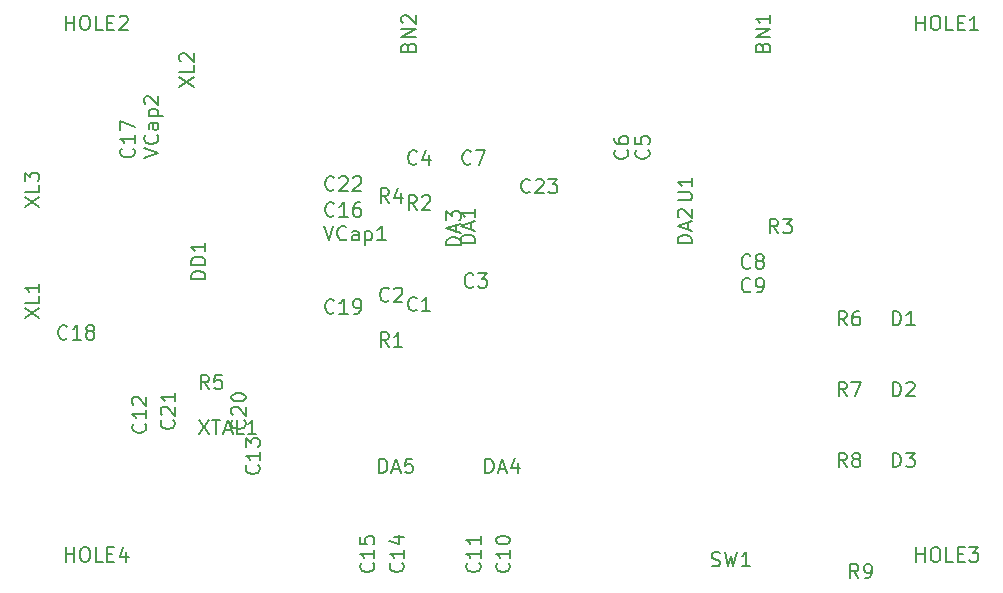
<source format=gto>
G04 (created by PCBNEW (2013-04-05 BZR 4064)-testing) date 05/08/2013 18:39:14*
%MOIN*%
G04 Gerber Fmt 3.4, Leading zero omitted, Abs format*
%FSLAX34Y34*%
G01*
G70*
G90*
G04 APERTURE LIST*
%ADD10C,0.00393701*%
%ADD11C,0.005*%
G04 APERTURE END LIST*
G54D10*
G54D11*
X70304Y-54282D02*
X70620Y-54757D01*
X70620Y-54282D02*
X70304Y-54757D01*
X70733Y-54282D02*
X71005Y-54282D01*
X70869Y-54757D02*
X70869Y-54282D01*
X71140Y-54622D02*
X71367Y-54622D01*
X71095Y-54757D02*
X71254Y-54282D01*
X71412Y-54757D01*
X71796Y-54757D02*
X71570Y-54757D01*
X71570Y-54282D01*
X72204Y-54757D02*
X71932Y-54757D01*
X72068Y-54757D02*
X72068Y-54282D01*
X72023Y-54350D01*
X71977Y-54396D01*
X71932Y-54418D01*
X87383Y-59147D02*
X87450Y-59169D01*
X87563Y-59169D01*
X87609Y-59147D01*
X87631Y-59124D01*
X87654Y-59079D01*
X87654Y-59034D01*
X87631Y-58988D01*
X87609Y-58966D01*
X87563Y-58943D01*
X87473Y-58921D01*
X87428Y-58898D01*
X87405Y-58875D01*
X87383Y-58830D01*
X87383Y-58785D01*
X87405Y-58740D01*
X87428Y-58717D01*
X87473Y-58694D01*
X87586Y-58694D01*
X87654Y-58717D01*
X87812Y-58694D02*
X87925Y-59169D01*
X88016Y-58830D01*
X88106Y-59169D01*
X88219Y-58694D01*
X88649Y-59169D02*
X88378Y-59169D01*
X88513Y-59169D02*
X88513Y-58694D01*
X88468Y-58762D01*
X88423Y-58808D01*
X88378Y-58830D01*
X89076Y-41854D02*
X89098Y-41786D01*
X89121Y-41764D01*
X89166Y-41741D01*
X89234Y-41741D01*
X89279Y-41764D01*
X89302Y-41786D01*
X89324Y-41831D01*
X89324Y-42012D01*
X88849Y-42012D01*
X88849Y-41854D01*
X88872Y-41809D01*
X88895Y-41786D01*
X88940Y-41764D01*
X88985Y-41764D01*
X89030Y-41786D01*
X89053Y-41809D01*
X89076Y-41854D01*
X89076Y-42012D01*
X89324Y-41537D02*
X88849Y-41537D01*
X89324Y-41266D01*
X88849Y-41266D01*
X89324Y-40791D02*
X89324Y-41062D01*
X89324Y-40927D02*
X88849Y-40927D01*
X88917Y-40972D01*
X88962Y-41017D01*
X88985Y-41062D01*
X77265Y-41854D02*
X77287Y-41786D01*
X77310Y-41764D01*
X77355Y-41741D01*
X77423Y-41741D01*
X77468Y-41764D01*
X77491Y-41786D01*
X77513Y-41831D01*
X77513Y-42012D01*
X77038Y-42012D01*
X77038Y-41854D01*
X77061Y-41809D01*
X77084Y-41786D01*
X77129Y-41764D01*
X77174Y-41764D01*
X77219Y-41786D01*
X77242Y-41809D01*
X77265Y-41854D01*
X77265Y-42012D01*
X77513Y-41537D02*
X77038Y-41537D01*
X77513Y-41266D01*
X77038Y-41266D01*
X77084Y-41062D02*
X77061Y-41040D01*
X77038Y-40995D01*
X77038Y-40881D01*
X77061Y-40836D01*
X77084Y-40814D01*
X77129Y-40791D01*
X77174Y-40791D01*
X77242Y-40814D01*
X77513Y-41085D01*
X77513Y-40791D01*
X79009Y-48469D02*
X78534Y-48469D01*
X78534Y-48356D01*
X78557Y-48288D01*
X78602Y-48243D01*
X78647Y-48220D01*
X78738Y-48198D01*
X78806Y-48198D01*
X78896Y-48220D01*
X78942Y-48243D01*
X78987Y-48288D01*
X79009Y-48356D01*
X79009Y-48469D01*
X78874Y-48017D02*
X78874Y-47791D01*
X79009Y-48062D02*
X78534Y-47904D01*
X79009Y-47745D01*
X78534Y-47632D02*
X78534Y-47338D01*
X78715Y-47496D01*
X78715Y-47429D01*
X78738Y-47383D01*
X78761Y-47361D01*
X78806Y-47338D01*
X78919Y-47338D01*
X78964Y-47361D01*
X78987Y-47383D01*
X79009Y-47429D01*
X79009Y-47564D01*
X78987Y-47610D01*
X78964Y-47632D01*
X86251Y-46973D02*
X86635Y-46973D01*
X86681Y-46950D01*
X86703Y-46928D01*
X86726Y-46883D01*
X86726Y-46792D01*
X86703Y-46747D01*
X86681Y-46724D01*
X86635Y-46702D01*
X86251Y-46702D01*
X86726Y-46227D02*
X86726Y-46498D01*
X86726Y-46362D02*
X86251Y-46362D01*
X86319Y-46408D01*
X86364Y-46453D01*
X86387Y-46498D01*
X86726Y-48390D02*
X86251Y-48390D01*
X86251Y-48277D01*
X86274Y-48209D01*
X86319Y-48164D01*
X86364Y-48142D01*
X86454Y-48119D01*
X86522Y-48119D01*
X86613Y-48142D01*
X86658Y-48164D01*
X86703Y-48209D01*
X86726Y-48277D01*
X86726Y-48390D01*
X86590Y-47938D02*
X86590Y-47712D01*
X86726Y-47983D02*
X86251Y-47825D01*
X86726Y-47667D01*
X86296Y-47531D02*
X86274Y-47508D01*
X86251Y-47463D01*
X86251Y-47350D01*
X86274Y-47305D01*
X86296Y-47282D01*
X86341Y-47259D01*
X86387Y-47259D01*
X86454Y-47282D01*
X86726Y-47553D01*
X86726Y-47259D01*
X69639Y-43189D02*
X70114Y-42873D01*
X69639Y-42873D02*
X70114Y-43189D01*
X70114Y-42466D02*
X70114Y-42692D01*
X69639Y-42692D01*
X69685Y-42330D02*
X69662Y-42307D01*
X69639Y-42262D01*
X69639Y-42149D01*
X69662Y-42104D01*
X69685Y-42081D01*
X69730Y-42058D01*
X69775Y-42058D01*
X69843Y-42081D01*
X70114Y-42353D01*
X70114Y-42058D01*
X79484Y-48386D02*
X79009Y-48386D01*
X79009Y-48273D01*
X79032Y-48205D01*
X79077Y-48160D01*
X79122Y-48137D01*
X79213Y-48115D01*
X79281Y-48115D01*
X79371Y-48137D01*
X79417Y-48160D01*
X79462Y-48205D01*
X79484Y-48273D01*
X79484Y-48386D01*
X79349Y-47934D02*
X79349Y-47708D01*
X79484Y-47979D02*
X79009Y-47821D01*
X79484Y-47662D01*
X79484Y-47255D02*
X79484Y-47527D01*
X79484Y-47391D02*
X79009Y-47391D01*
X79077Y-47436D01*
X79122Y-47482D01*
X79145Y-47527D01*
X79837Y-56057D02*
X79837Y-55582D01*
X79950Y-55582D01*
X80018Y-55604D01*
X80063Y-55649D01*
X80086Y-55695D01*
X80108Y-55785D01*
X80108Y-55853D01*
X80086Y-55944D01*
X80063Y-55989D01*
X80018Y-56034D01*
X79950Y-56057D01*
X79837Y-56057D01*
X80289Y-55921D02*
X80516Y-55921D01*
X80244Y-56057D02*
X80402Y-55582D01*
X80561Y-56057D01*
X80923Y-55740D02*
X80923Y-56057D01*
X80810Y-55559D02*
X80697Y-55898D01*
X80991Y-55898D01*
X76294Y-56057D02*
X76294Y-55582D01*
X76407Y-55582D01*
X76475Y-55604D01*
X76520Y-55649D01*
X76543Y-55695D01*
X76565Y-55785D01*
X76565Y-55853D01*
X76543Y-55944D01*
X76520Y-55989D01*
X76475Y-56034D01*
X76407Y-56057D01*
X76294Y-56057D01*
X76746Y-55921D02*
X76972Y-55921D01*
X76701Y-56057D02*
X76859Y-55582D01*
X77018Y-56057D01*
X77402Y-55582D02*
X77176Y-55582D01*
X77153Y-55808D01*
X77176Y-55785D01*
X77221Y-55763D01*
X77334Y-55763D01*
X77379Y-55785D01*
X77402Y-55808D01*
X77425Y-55853D01*
X77425Y-55966D01*
X77402Y-56011D01*
X77379Y-56034D01*
X77334Y-56057D01*
X77221Y-56057D01*
X77176Y-56034D01*
X77153Y-56011D01*
X64479Y-47176D02*
X64954Y-46859D01*
X64479Y-46859D02*
X64954Y-47176D01*
X64954Y-46452D02*
X64954Y-46678D01*
X64479Y-46678D01*
X64479Y-46339D02*
X64479Y-46045D01*
X64660Y-46203D01*
X64660Y-46135D01*
X64683Y-46090D01*
X64705Y-46067D01*
X64751Y-46045D01*
X64864Y-46045D01*
X64909Y-46067D01*
X64932Y-46090D01*
X64954Y-46135D01*
X64954Y-46271D01*
X64932Y-46316D01*
X64909Y-46339D01*
X64479Y-50877D02*
X64954Y-50560D01*
X64479Y-50560D02*
X64954Y-50877D01*
X64954Y-50153D02*
X64954Y-50379D01*
X64479Y-50379D01*
X64954Y-49746D02*
X64954Y-50017D01*
X64954Y-49881D02*
X64479Y-49881D01*
X64547Y-49927D01*
X64592Y-49972D01*
X64615Y-50017D01*
X91880Y-55860D02*
X91722Y-55634D01*
X91609Y-55860D02*
X91609Y-55385D01*
X91790Y-55385D01*
X91835Y-55407D01*
X91857Y-55430D01*
X91880Y-55475D01*
X91880Y-55543D01*
X91857Y-55588D01*
X91835Y-55611D01*
X91790Y-55634D01*
X91609Y-55634D01*
X92152Y-55588D02*
X92106Y-55566D01*
X92084Y-55543D01*
X92061Y-55498D01*
X92061Y-55475D01*
X92084Y-55430D01*
X92106Y-55407D01*
X92152Y-55385D01*
X92242Y-55385D01*
X92287Y-55407D01*
X92310Y-55430D01*
X92332Y-55475D01*
X92332Y-55498D01*
X92310Y-55543D01*
X92287Y-55566D01*
X92242Y-55588D01*
X92152Y-55588D01*
X92106Y-55611D01*
X92084Y-55634D01*
X92061Y-55679D01*
X92061Y-55769D01*
X92084Y-55815D01*
X92106Y-55837D01*
X92152Y-55860D01*
X92242Y-55860D01*
X92287Y-55837D01*
X92310Y-55815D01*
X92332Y-55769D01*
X92332Y-55679D01*
X92310Y-55634D01*
X92287Y-55611D01*
X92242Y-55588D01*
X76622Y-47043D02*
X76464Y-46817D01*
X76351Y-47043D02*
X76351Y-46568D01*
X76532Y-46568D01*
X76577Y-46591D01*
X76599Y-46614D01*
X76622Y-46659D01*
X76622Y-46727D01*
X76599Y-46772D01*
X76577Y-46795D01*
X76532Y-46817D01*
X76351Y-46817D01*
X77029Y-46727D02*
X77029Y-47043D01*
X76916Y-46546D02*
X76803Y-46885D01*
X77097Y-46885D01*
X77549Y-47277D02*
X77391Y-47051D01*
X77278Y-47277D02*
X77278Y-46802D01*
X77459Y-46802D01*
X77504Y-46825D01*
X77527Y-46847D01*
X77549Y-46893D01*
X77549Y-46960D01*
X77527Y-47006D01*
X77504Y-47028D01*
X77459Y-47051D01*
X77278Y-47051D01*
X77730Y-46847D02*
X77753Y-46825D01*
X77798Y-46802D01*
X77911Y-46802D01*
X77957Y-46825D01*
X77979Y-46847D01*
X78002Y-46893D01*
X78002Y-46938D01*
X77979Y-47006D01*
X77708Y-47277D01*
X78002Y-47277D01*
X91880Y-51135D02*
X91722Y-50909D01*
X91609Y-51135D02*
X91609Y-50660D01*
X91790Y-50660D01*
X91835Y-50683D01*
X91857Y-50706D01*
X91880Y-50751D01*
X91880Y-50819D01*
X91857Y-50864D01*
X91835Y-50887D01*
X91790Y-50909D01*
X91609Y-50909D01*
X92287Y-50660D02*
X92197Y-50660D01*
X92152Y-50683D01*
X92129Y-50706D01*
X92084Y-50773D01*
X92061Y-50864D01*
X92061Y-51045D01*
X92084Y-51090D01*
X92106Y-51113D01*
X92152Y-51135D01*
X92242Y-51135D01*
X92287Y-51113D01*
X92310Y-51090D01*
X92332Y-51045D01*
X92332Y-50932D01*
X92310Y-50887D01*
X92287Y-50864D01*
X92242Y-50841D01*
X92152Y-50841D01*
X92106Y-50864D01*
X92084Y-50887D01*
X92061Y-50932D01*
X76622Y-51847D02*
X76464Y-51620D01*
X76351Y-51847D02*
X76351Y-51372D01*
X76532Y-51372D01*
X76577Y-51394D01*
X76599Y-51417D01*
X76622Y-51462D01*
X76622Y-51530D01*
X76599Y-51575D01*
X76577Y-51598D01*
X76532Y-51620D01*
X76351Y-51620D01*
X77074Y-51847D02*
X76803Y-51847D01*
X76939Y-51847D02*
X76939Y-51372D01*
X76893Y-51439D01*
X76848Y-51485D01*
X76803Y-51507D01*
X89597Y-48064D02*
X89438Y-47838D01*
X89325Y-48064D02*
X89325Y-47589D01*
X89506Y-47589D01*
X89551Y-47612D01*
X89574Y-47635D01*
X89597Y-47680D01*
X89597Y-47748D01*
X89574Y-47793D01*
X89551Y-47816D01*
X89506Y-47838D01*
X89325Y-47838D01*
X89755Y-47589D02*
X90049Y-47589D01*
X89891Y-47770D01*
X89959Y-47770D01*
X90004Y-47793D01*
X90026Y-47816D01*
X90049Y-47861D01*
X90049Y-47974D01*
X90026Y-48019D01*
X90004Y-48042D01*
X89959Y-48064D01*
X89823Y-48064D01*
X89778Y-48042D01*
X89755Y-48019D01*
X92274Y-59561D02*
X92115Y-59334D01*
X92002Y-59561D02*
X92002Y-59086D01*
X92183Y-59086D01*
X92229Y-59108D01*
X92251Y-59131D01*
X92274Y-59176D01*
X92274Y-59244D01*
X92251Y-59289D01*
X92229Y-59312D01*
X92183Y-59334D01*
X92002Y-59334D01*
X92500Y-59561D02*
X92590Y-59561D01*
X92636Y-59538D01*
X92658Y-59515D01*
X92704Y-59447D01*
X92726Y-59357D01*
X92726Y-59176D01*
X92704Y-59131D01*
X92681Y-59108D01*
X92636Y-59086D01*
X92545Y-59086D01*
X92500Y-59108D01*
X92477Y-59131D01*
X92455Y-59176D01*
X92455Y-59289D01*
X92477Y-59334D01*
X92500Y-59357D01*
X92545Y-59380D01*
X92636Y-59380D01*
X92681Y-59357D01*
X92704Y-59334D01*
X92726Y-59289D01*
X70620Y-53261D02*
X70462Y-53035D01*
X70349Y-53261D02*
X70349Y-52786D01*
X70530Y-52786D01*
X70575Y-52809D01*
X70598Y-52832D01*
X70620Y-52877D01*
X70620Y-52945D01*
X70598Y-52990D01*
X70575Y-53013D01*
X70530Y-53035D01*
X70349Y-53035D01*
X71050Y-52786D02*
X70824Y-52786D01*
X70801Y-53013D01*
X70824Y-52990D01*
X70869Y-52967D01*
X70982Y-52967D01*
X71027Y-52990D01*
X71050Y-53013D01*
X71073Y-53058D01*
X71073Y-53171D01*
X71050Y-53216D01*
X71027Y-53239D01*
X70982Y-53261D01*
X70869Y-53261D01*
X70824Y-53239D01*
X70801Y-53216D01*
X91880Y-53498D02*
X91722Y-53271D01*
X91609Y-53498D02*
X91609Y-53023D01*
X91790Y-53023D01*
X91835Y-53045D01*
X91857Y-53068D01*
X91880Y-53113D01*
X91880Y-53181D01*
X91857Y-53226D01*
X91835Y-53249D01*
X91790Y-53271D01*
X91609Y-53271D01*
X92038Y-53023D02*
X92355Y-53023D01*
X92152Y-53498D01*
X74793Y-50696D02*
X74771Y-50719D01*
X74703Y-50742D01*
X74658Y-50742D01*
X74590Y-50719D01*
X74545Y-50674D01*
X74522Y-50629D01*
X74499Y-50538D01*
X74499Y-50470D01*
X74522Y-50380D01*
X74545Y-50335D01*
X74590Y-50289D01*
X74658Y-50267D01*
X74703Y-50267D01*
X74771Y-50289D01*
X74793Y-50312D01*
X75246Y-50742D02*
X74974Y-50742D01*
X75110Y-50742D02*
X75110Y-50267D01*
X75065Y-50335D01*
X75020Y-50380D01*
X74974Y-50402D01*
X75472Y-50742D02*
X75563Y-50742D01*
X75608Y-50719D01*
X75630Y-50696D01*
X75676Y-50629D01*
X75698Y-50538D01*
X75698Y-50357D01*
X75676Y-50312D01*
X75653Y-50289D01*
X75608Y-50267D01*
X75517Y-50267D01*
X75472Y-50289D01*
X75449Y-50312D01*
X75427Y-50357D01*
X75427Y-50470D01*
X75449Y-50515D01*
X75472Y-50538D01*
X75517Y-50561D01*
X75608Y-50561D01*
X75653Y-50538D01*
X75676Y-50515D01*
X75698Y-50470D01*
X84555Y-45284D02*
X84577Y-45307D01*
X84600Y-45375D01*
X84600Y-45420D01*
X84577Y-45488D01*
X84532Y-45533D01*
X84487Y-45556D01*
X84396Y-45578D01*
X84329Y-45578D01*
X84238Y-45556D01*
X84193Y-45533D01*
X84148Y-45488D01*
X84125Y-45420D01*
X84125Y-45375D01*
X84148Y-45307D01*
X84170Y-45284D01*
X84125Y-44877D02*
X84125Y-44968D01*
X84148Y-45013D01*
X84170Y-45035D01*
X84238Y-45081D01*
X84329Y-45103D01*
X84509Y-45103D01*
X84555Y-45081D01*
X84577Y-45058D01*
X84600Y-45013D01*
X84600Y-44922D01*
X84577Y-44877D01*
X84555Y-44855D01*
X84509Y-44832D01*
X84396Y-44832D01*
X84351Y-44855D01*
X84329Y-44877D01*
X84306Y-44922D01*
X84306Y-45013D01*
X84329Y-45058D01*
X84351Y-45081D01*
X84396Y-45103D01*
X85263Y-45284D02*
X85286Y-45307D01*
X85309Y-45375D01*
X85309Y-45420D01*
X85286Y-45488D01*
X85241Y-45533D01*
X85195Y-45556D01*
X85105Y-45578D01*
X85037Y-45578D01*
X84947Y-45556D01*
X84901Y-45533D01*
X84856Y-45488D01*
X84834Y-45420D01*
X84834Y-45375D01*
X84856Y-45307D01*
X84879Y-45284D01*
X84834Y-44855D02*
X84834Y-45081D01*
X85060Y-45103D01*
X85037Y-45081D01*
X85015Y-45035D01*
X85015Y-44922D01*
X85037Y-44877D01*
X85060Y-44855D01*
X85105Y-44832D01*
X85218Y-44832D01*
X85263Y-44855D01*
X85286Y-44877D01*
X85309Y-44922D01*
X85309Y-45035D01*
X85286Y-45081D01*
X85263Y-45103D01*
X77549Y-50618D02*
X77527Y-50640D01*
X77459Y-50663D01*
X77414Y-50663D01*
X77346Y-50640D01*
X77301Y-50595D01*
X77278Y-50550D01*
X77255Y-50459D01*
X77255Y-50391D01*
X77278Y-50301D01*
X77301Y-50256D01*
X77346Y-50211D01*
X77414Y-50188D01*
X77459Y-50188D01*
X77527Y-50211D01*
X77549Y-50233D01*
X78002Y-50663D02*
X77730Y-50663D01*
X77866Y-50663D02*
X77866Y-50188D01*
X77821Y-50256D01*
X77776Y-50301D01*
X77730Y-50324D01*
X88669Y-49203D02*
X88647Y-49226D01*
X88579Y-49248D01*
X88534Y-49248D01*
X88466Y-49226D01*
X88420Y-49180D01*
X88398Y-49135D01*
X88375Y-49045D01*
X88375Y-48977D01*
X88398Y-48886D01*
X88420Y-48841D01*
X88466Y-48796D01*
X88534Y-48773D01*
X88579Y-48773D01*
X88647Y-48796D01*
X88669Y-48818D01*
X88941Y-48977D02*
X88895Y-48954D01*
X88873Y-48931D01*
X88850Y-48886D01*
X88850Y-48864D01*
X88873Y-48818D01*
X88895Y-48796D01*
X88941Y-48773D01*
X89031Y-48773D01*
X89076Y-48796D01*
X89099Y-48818D01*
X89122Y-48864D01*
X89122Y-48886D01*
X89099Y-48931D01*
X89076Y-48954D01*
X89031Y-48977D01*
X88941Y-48977D01*
X88895Y-48999D01*
X88873Y-49022D01*
X88850Y-49067D01*
X88850Y-49158D01*
X88873Y-49203D01*
X88895Y-49226D01*
X88941Y-49248D01*
X89031Y-49248D01*
X89076Y-49226D01*
X89099Y-49203D01*
X89122Y-49158D01*
X89122Y-49067D01*
X89099Y-49022D01*
X89076Y-48999D01*
X89031Y-48977D01*
X72274Y-55798D02*
X72296Y-55821D01*
X72319Y-55888D01*
X72319Y-55934D01*
X72296Y-56001D01*
X72251Y-56047D01*
X72206Y-56069D01*
X72115Y-56092D01*
X72048Y-56092D01*
X71957Y-56069D01*
X71912Y-56047D01*
X71867Y-56001D01*
X71844Y-55934D01*
X71844Y-55888D01*
X71867Y-55821D01*
X71889Y-55798D01*
X72319Y-55346D02*
X72319Y-55617D01*
X72319Y-55481D02*
X71844Y-55481D01*
X71912Y-55526D01*
X71957Y-55572D01*
X71980Y-55617D01*
X71844Y-55187D02*
X71844Y-54893D01*
X72025Y-55051D01*
X72025Y-54984D01*
X72048Y-54938D01*
X72070Y-54916D01*
X72115Y-54893D01*
X72229Y-54893D01*
X72274Y-54916D01*
X72296Y-54938D01*
X72319Y-54984D01*
X72319Y-55119D01*
X72296Y-55165D01*
X72274Y-55187D01*
X68492Y-54418D02*
X68514Y-54441D01*
X68537Y-54509D01*
X68537Y-54554D01*
X68514Y-54622D01*
X68469Y-54667D01*
X68424Y-54690D01*
X68333Y-54712D01*
X68266Y-54712D01*
X68175Y-54690D01*
X68130Y-54667D01*
X68085Y-54622D01*
X68062Y-54554D01*
X68062Y-54509D01*
X68085Y-54441D01*
X68107Y-54418D01*
X68537Y-53966D02*
X68537Y-54237D01*
X68537Y-54101D02*
X68062Y-54101D01*
X68130Y-54147D01*
X68175Y-54192D01*
X68198Y-54237D01*
X68107Y-53785D02*
X68085Y-53762D01*
X68062Y-53717D01*
X68062Y-53604D01*
X68085Y-53559D01*
X68107Y-53536D01*
X68152Y-53513D01*
X68198Y-53513D01*
X68266Y-53536D01*
X68537Y-53807D01*
X68537Y-53513D01*
X74454Y-47826D02*
X74613Y-48301D01*
X74771Y-47826D01*
X75201Y-48255D02*
X75178Y-48278D01*
X75110Y-48301D01*
X75065Y-48301D01*
X74997Y-48278D01*
X74952Y-48233D01*
X74929Y-48188D01*
X74907Y-48097D01*
X74907Y-48029D01*
X74929Y-47939D01*
X74952Y-47894D01*
X74997Y-47848D01*
X75065Y-47826D01*
X75110Y-47826D01*
X75178Y-47848D01*
X75201Y-47871D01*
X75608Y-48301D02*
X75608Y-48052D01*
X75585Y-48007D01*
X75540Y-47984D01*
X75449Y-47984D01*
X75404Y-48007D01*
X75608Y-48278D02*
X75563Y-48301D01*
X75449Y-48301D01*
X75404Y-48278D01*
X75382Y-48233D01*
X75382Y-48188D01*
X75404Y-48142D01*
X75449Y-48120D01*
X75563Y-48120D01*
X75608Y-48097D01*
X75834Y-47984D02*
X75834Y-48459D01*
X75834Y-48007D02*
X75879Y-47984D01*
X75970Y-47984D01*
X76015Y-48007D01*
X76038Y-48029D01*
X76060Y-48075D01*
X76060Y-48210D01*
X76038Y-48255D01*
X76015Y-48278D01*
X75970Y-48301D01*
X75879Y-48301D01*
X75834Y-48278D01*
X76513Y-48301D02*
X76241Y-48301D01*
X76377Y-48301D02*
X76377Y-47826D01*
X76332Y-47894D01*
X76286Y-47939D01*
X76241Y-47961D01*
X68456Y-45545D02*
X68931Y-45386D01*
X68456Y-45228D01*
X68885Y-44798D02*
X68908Y-44821D01*
X68931Y-44889D01*
X68931Y-44934D01*
X68908Y-45002D01*
X68863Y-45047D01*
X68818Y-45070D01*
X68727Y-45092D01*
X68659Y-45092D01*
X68569Y-45070D01*
X68523Y-45047D01*
X68478Y-45002D01*
X68456Y-44934D01*
X68456Y-44889D01*
X68478Y-44821D01*
X68501Y-44798D01*
X68931Y-44391D02*
X68682Y-44391D01*
X68637Y-44414D01*
X68614Y-44459D01*
X68614Y-44550D01*
X68637Y-44595D01*
X68908Y-44391D02*
X68931Y-44436D01*
X68931Y-44550D01*
X68908Y-44595D01*
X68863Y-44617D01*
X68818Y-44617D01*
X68772Y-44595D01*
X68750Y-44550D01*
X68750Y-44436D01*
X68727Y-44391D01*
X68614Y-44165D02*
X69089Y-44165D01*
X68637Y-44165D02*
X68614Y-44120D01*
X68614Y-44029D01*
X68637Y-43984D01*
X68659Y-43961D01*
X68704Y-43939D01*
X68840Y-43939D01*
X68885Y-43961D01*
X68908Y-43984D01*
X68931Y-44029D01*
X68931Y-44120D01*
X68908Y-44165D01*
X68501Y-43758D02*
X68478Y-43735D01*
X68456Y-43690D01*
X68456Y-43577D01*
X68478Y-43532D01*
X68501Y-43509D01*
X68546Y-43486D01*
X68591Y-43486D01*
X68659Y-43509D01*
X68931Y-43781D01*
X68931Y-43486D01*
X74793Y-47468D02*
X74771Y-47491D01*
X74703Y-47513D01*
X74658Y-47513D01*
X74590Y-47491D01*
X74545Y-47445D01*
X74522Y-47400D01*
X74499Y-47310D01*
X74499Y-47242D01*
X74522Y-47151D01*
X74545Y-47106D01*
X74590Y-47061D01*
X74658Y-47038D01*
X74703Y-47038D01*
X74771Y-47061D01*
X74793Y-47084D01*
X75246Y-47513D02*
X74974Y-47513D01*
X75110Y-47513D02*
X75110Y-47038D01*
X75065Y-47106D01*
X75020Y-47151D01*
X74974Y-47174D01*
X75653Y-47038D02*
X75563Y-47038D01*
X75517Y-47061D01*
X75495Y-47084D01*
X75449Y-47151D01*
X75427Y-47242D01*
X75427Y-47423D01*
X75449Y-47468D01*
X75472Y-47491D01*
X75517Y-47513D01*
X75608Y-47513D01*
X75653Y-47491D01*
X75676Y-47468D01*
X75698Y-47423D01*
X75698Y-47310D01*
X75676Y-47265D01*
X75653Y-47242D01*
X75608Y-47219D01*
X75517Y-47219D01*
X75472Y-47242D01*
X75449Y-47265D01*
X75427Y-47310D01*
X68098Y-45245D02*
X68121Y-45268D01*
X68143Y-45335D01*
X68143Y-45381D01*
X68121Y-45448D01*
X68075Y-45494D01*
X68030Y-45516D01*
X67940Y-45539D01*
X67872Y-45539D01*
X67781Y-45516D01*
X67736Y-45494D01*
X67691Y-45448D01*
X67668Y-45381D01*
X67668Y-45335D01*
X67691Y-45268D01*
X67713Y-45245D01*
X68143Y-44793D02*
X68143Y-45064D01*
X68143Y-44928D02*
X67668Y-44928D01*
X67736Y-44973D01*
X67781Y-45019D01*
X67804Y-45064D01*
X67668Y-44634D02*
X67668Y-44318D01*
X68143Y-44521D01*
X65894Y-51565D02*
X65871Y-51588D01*
X65804Y-51610D01*
X65758Y-51610D01*
X65690Y-51588D01*
X65645Y-51543D01*
X65623Y-51497D01*
X65600Y-51407D01*
X65600Y-51339D01*
X65623Y-51248D01*
X65645Y-51203D01*
X65690Y-51158D01*
X65758Y-51135D01*
X65804Y-51135D01*
X65871Y-51158D01*
X65894Y-51181D01*
X66346Y-51610D02*
X66075Y-51610D01*
X66211Y-51610D02*
X66211Y-51135D01*
X66165Y-51203D01*
X66120Y-51248D01*
X66075Y-51271D01*
X66618Y-51339D02*
X66573Y-51316D01*
X66550Y-51294D01*
X66527Y-51248D01*
X66527Y-51226D01*
X66550Y-51181D01*
X66573Y-51158D01*
X66618Y-51135D01*
X66708Y-51135D01*
X66754Y-51158D01*
X66776Y-51181D01*
X66799Y-51226D01*
X66799Y-51248D01*
X66776Y-51294D01*
X66754Y-51316D01*
X66708Y-51339D01*
X66618Y-51339D01*
X66573Y-51362D01*
X66550Y-51384D01*
X66527Y-51429D01*
X66527Y-51520D01*
X66550Y-51565D01*
X66573Y-51588D01*
X66618Y-51610D01*
X66708Y-51610D01*
X66754Y-51588D01*
X66776Y-51565D01*
X66799Y-51520D01*
X66799Y-51429D01*
X66776Y-51384D01*
X66754Y-51362D01*
X66708Y-51339D01*
X69439Y-54302D02*
X69462Y-54324D01*
X69484Y-54392D01*
X69484Y-54438D01*
X69462Y-54505D01*
X69417Y-54551D01*
X69371Y-54573D01*
X69281Y-54596D01*
X69213Y-54596D01*
X69122Y-54573D01*
X69077Y-54551D01*
X69032Y-54505D01*
X69009Y-54438D01*
X69009Y-54392D01*
X69032Y-54324D01*
X69055Y-54302D01*
X69055Y-54121D02*
X69032Y-54098D01*
X69009Y-54053D01*
X69009Y-53940D01*
X69032Y-53895D01*
X69055Y-53872D01*
X69100Y-53849D01*
X69145Y-53849D01*
X69213Y-53872D01*
X69484Y-54143D01*
X69484Y-53849D01*
X69484Y-53397D02*
X69484Y-53668D01*
X69484Y-53533D02*
X69009Y-53533D01*
X69077Y-53578D01*
X69122Y-53623D01*
X69145Y-53668D01*
X71801Y-54302D02*
X71824Y-54324D01*
X71847Y-54392D01*
X71847Y-54438D01*
X71824Y-54505D01*
X71779Y-54551D01*
X71733Y-54573D01*
X71643Y-54596D01*
X71575Y-54596D01*
X71485Y-54573D01*
X71439Y-54551D01*
X71394Y-54505D01*
X71372Y-54438D01*
X71372Y-54392D01*
X71394Y-54324D01*
X71417Y-54302D01*
X71417Y-54121D02*
X71394Y-54098D01*
X71372Y-54053D01*
X71372Y-53940D01*
X71394Y-53895D01*
X71417Y-53872D01*
X71462Y-53849D01*
X71507Y-53849D01*
X71575Y-53872D01*
X71847Y-54143D01*
X71847Y-53849D01*
X71372Y-53555D02*
X71372Y-53510D01*
X71394Y-53465D01*
X71417Y-53442D01*
X71462Y-53420D01*
X71553Y-53397D01*
X71666Y-53397D01*
X71756Y-53420D01*
X71801Y-53442D01*
X71824Y-53465D01*
X71847Y-53510D01*
X71847Y-53555D01*
X71824Y-53601D01*
X71801Y-53623D01*
X71756Y-53646D01*
X71666Y-53668D01*
X71553Y-53668D01*
X71462Y-53646D01*
X71417Y-53623D01*
X71394Y-53601D01*
X71372Y-53555D01*
X70501Y-49596D02*
X70026Y-49596D01*
X70026Y-49483D01*
X70048Y-49415D01*
X70094Y-49370D01*
X70139Y-49347D01*
X70229Y-49325D01*
X70297Y-49325D01*
X70388Y-49347D01*
X70433Y-49370D01*
X70478Y-49415D01*
X70501Y-49483D01*
X70501Y-49596D01*
X70501Y-49121D02*
X70026Y-49121D01*
X70026Y-49008D01*
X70048Y-48940D01*
X70094Y-48895D01*
X70139Y-48872D01*
X70229Y-48850D01*
X70297Y-48850D01*
X70388Y-48872D01*
X70433Y-48895D01*
X70478Y-48940D01*
X70501Y-49008D01*
X70501Y-49121D01*
X70501Y-48397D02*
X70501Y-48669D01*
X70501Y-48533D02*
X70026Y-48533D01*
X70094Y-48578D01*
X70139Y-48624D01*
X70161Y-48669D01*
X93420Y-53498D02*
X93420Y-53023D01*
X93533Y-53023D01*
X93601Y-53045D01*
X93646Y-53090D01*
X93668Y-53136D01*
X93691Y-53226D01*
X93691Y-53294D01*
X93668Y-53384D01*
X93646Y-53430D01*
X93601Y-53475D01*
X93533Y-53498D01*
X93420Y-53498D01*
X93872Y-53068D02*
X93895Y-53045D01*
X93940Y-53023D01*
X94053Y-53023D01*
X94098Y-53045D01*
X94121Y-53068D01*
X94143Y-53113D01*
X94143Y-53158D01*
X94121Y-53226D01*
X93849Y-53498D01*
X94143Y-53498D01*
X93420Y-51135D02*
X93420Y-50660D01*
X93533Y-50660D01*
X93601Y-50683D01*
X93646Y-50728D01*
X93668Y-50773D01*
X93691Y-50864D01*
X93691Y-50932D01*
X93668Y-51022D01*
X93646Y-51068D01*
X93601Y-51113D01*
X93533Y-51135D01*
X93420Y-51135D01*
X94143Y-51135D02*
X93872Y-51135D01*
X94008Y-51135D02*
X94008Y-50660D01*
X93963Y-50728D01*
X93917Y-50773D01*
X93872Y-50796D01*
X93420Y-55860D02*
X93420Y-55385D01*
X93533Y-55385D01*
X93601Y-55407D01*
X93646Y-55453D01*
X93668Y-55498D01*
X93691Y-55588D01*
X93691Y-55656D01*
X93668Y-55747D01*
X93646Y-55792D01*
X93601Y-55837D01*
X93533Y-55860D01*
X93420Y-55860D01*
X93849Y-55385D02*
X94143Y-55385D01*
X93985Y-55566D01*
X94053Y-55566D01*
X94098Y-55588D01*
X94121Y-55611D01*
X94143Y-55656D01*
X94143Y-55769D01*
X94121Y-55815D01*
X94098Y-55837D01*
X94053Y-55860D01*
X93917Y-55860D01*
X93872Y-55837D01*
X93849Y-55815D01*
X94207Y-41293D02*
X94207Y-40818D01*
X94207Y-41044D02*
X94479Y-41044D01*
X94479Y-41293D02*
X94479Y-40818D01*
X94795Y-40818D02*
X94886Y-40818D01*
X94931Y-40840D01*
X94976Y-40886D01*
X94999Y-40976D01*
X94999Y-41135D01*
X94976Y-41225D01*
X94931Y-41270D01*
X94886Y-41293D01*
X94795Y-41293D01*
X94750Y-41270D01*
X94705Y-41225D01*
X94682Y-41135D01*
X94682Y-40976D01*
X94705Y-40886D01*
X94750Y-40840D01*
X94795Y-40818D01*
X95429Y-41293D02*
X95202Y-41293D01*
X95202Y-40818D01*
X95587Y-41044D02*
X95745Y-41044D01*
X95813Y-41293D02*
X95587Y-41293D01*
X95587Y-40818D01*
X95813Y-40818D01*
X96265Y-41293D02*
X95994Y-41293D01*
X96130Y-41293D02*
X96130Y-40818D01*
X96084Y-40886D01*
X96039Y-40931D01*
X95994Y-40954D01*
X94207Y-59009D02*
X94207Y-58534D01*
X94207Y-58761D02*
X94479Y-58761D01*
X94479Y-59009D02*
X94479Y-58534D01*
X94795Y-58534D02*
X94886Y-58534D01*
X94931Y-58557D01*
X94976Y-58602D01*
X94999Y-58693D01*
X94999Y-58851D01*
X94976Y-58942D01*
X94931Y-58987D01*
X94886Y-59009D01*
X94795Y-59009D01*
X94750Y-58987D01*
X94705Y-58942D01*
X94682Y-58851D01*
X94682Y-58693D01*
X94705Y-58602D01*
X94750Y-58557D01*
X94795Y-58534D01*
X95429Y-59009D02*
X95202Y-59009D01*
X95202Y-58534D01*
X95587Y-58761D02*
X95745Y-58761D01*
X95813Y-59009D02*
X95587Y-59009D01*
X95587Y-58534D01*
X95813Y-58534D01*
X95971Y-58534D02*
X96265Y-58534D01*
X96107Y-58715D01*
X96175Y-58715D01*
X96220Y-58738D01*
X96243Y-58761D01*
X96265Y-58806D01*
X96265Y-58919D01*
X96243Y-58964D01*
X96220Y-58987D01*
X96175Y-59009D01*
X96039Y-59009D01*
X95994Y-58987D01*
X95971Y-58964D01*
X65861Y-59009D02*
X65861Y-58534D01*
X65861Y-58761D02*
X66132Y-58761D01*
X66132Y-59009D02*
X66132Y-58534D01*
X66449Y-58534D02*
X66539Y-58534D01*
X66584Y-58557D01*
X66630Y-58602D01*
X66652Y-58693D01*
X66652Y-58851D01*
X66630Y-58942D01*
X66584Y-58987D01*
X66539Y-59009D01*
X66449Y-59009D01*
X66403Y-58987D01*
X66358Y-58942D01*
X66336Y-58851D01*
X66336Y-58693D01*
X66358Y-58602D01*
X66403Y-58557D01*
X66449Y-58534D01*
X67082Y-59009D02*
X66856Y-59009D01*
X66856Y-58534D01*
X67240Y-58761D02*
X67399Y-58761D01*
X67467Y-59009D02*
X67240Y-59009D01*
X67240Y-58534D01*
X67467Y-58534D01*
X67874Y-58693D02*
X67874Y-59009D01*
X67761Y-58512D02*
X67648Y-58851D01*
X67942Y-58851D01*
X65861Y-41293D02*
X65861Y-40818D01*
X65861Y-41044D02*
X66132Y-41044D01*
X66132Y-41293D02*
X66132Y-40818D01*
X66449Y-40818D02*
X66539Y-40818D01*
X66584Y-40840D01*
X66630Y-40886D01*
X66652Y-40976D01*
X66652Y-41135D01*
X66630Y-41225D01*
X66584Y-41270D01*
X66539Y-41293D01*
X66449Y-41293D01*
X66403Y-41270D01*
X66358Y-41225D01*
X66336Y-41135D01*
X66336Y-40976D01*
X66358Y-40886D01*
X66403Y-40840D01*
X66449Y-40818D01*
X67082Y-41293D02*
X66856Y-41293D01*
X66856Y-40818D01*
X67240Y-41044D02*
X67399Y-41044D01*
X67467Y-41293D02*
X67240Y-41293D01*
X67240Y-40818D01*
X67467Y-40818D01*
X67648Y-40863D02*
X67670Y-40840D01*
X67715Y-40818D01*
X67828Y-40818D01*
X67874Y-40840D01*
X67896Y-40863D01*
X67919Y-40908D01*
X67919Y-40954D01*
X67896Y-41021D01*
X67625Y-41293D01*
X67919Y-41293D01*
X79360Y-45736D02*
X79338Y-45758D01*
X79270Y-45781D01*
X79225Y-45781D01*
X79157Y-45758D01*
X79112Y-45713D01*
X79089Y-45668D01*
X79066Y-45577D01*
X79066Y-45510D01*
X79089Y-45419D01*
X79112Y-45374D01*
X79157Y-45329D01*
X79225Y-45306D01*
X79270Y-45306D01*
X79338Y-45329D01*
X79360Y-45351D01*
X79519Y-45306D02*
X79835Y-45306D01*
X79632Y-45781D01*
X74793Y-46602D02*
X74771Y-46625D01*
X74703Y-46647D01*
X74658Y-46647D01*
X74590Y-46625D01*
X74545Y-46579D01*
X74522Y-46534D01*
X74499Y-46444D01*
X74499Y-46376D01*
X74522Y-46285D01*
X74545Y-46240D01*
X74590Y-46195D01*
X74658Y-46172D01*
X74703Y-46172D01*
X74771Y-46195D01*
X74793Y-46217D01*
X74974Y-46217D02*
X74997Y-46195D01*
X75042Y-46172D01*
X75155Y-46172D01*
X75201Y-46195D01*
X75223Y-46217D01*
X75246Y-46263D01*
X75246Y-46308D01*
X75223Y-46376D01*
X74952Y-46647D01*
X75246Y-46647D01*
X75427Y-46217D02*
X75449Y-46195D01*
X75495Y-46172D01*
X75608Y-46172D01*
X75653Y-46195D01*
X75676Y-46217D01*
X75698Y-46263D01*
X75698Y-46308D01*
X75676Y-46376D01*
X75404Y-46647D01*
X75698Y-46647D01*
X77549Y-45736D02*
X77527Y-45758D01*
X77459Y-45781D01*
X77414Y-45781D01*
X77346Y-45758D01*
X77301Y-45713D01*
X77278Y-45668D01*
X77255Y-45577D01*
X77255Y-45510D01*
X77278Y-45419D01*
X77301Y-45374D01*
X77346Y-45329D01*
X77414Y-45306D01*
X77459Y-45306D01*
X77527Y-45329D01*
X77549Y-45351D01*
X77957Y-45464D02*
X77957Y-45781D01*
X77843Y-45283D02*
X77730Y-45623D01*
X78024Y-45623D01*
X77074Y-59064D02*
X77097Y-59086D01*
X77120Y-59154D01*
X77120Y-59200D01*
X77097Y-59267D01*
X77052Y-59313D01*
X77007Y-59335D01*
X76916Y-59358D01*
X76848Y-59358D01*
X76758Y-59335D01*
X76712Y-59313D01*
X76667Y-59267D01*
X76645Y-59200D01*
X76645Y-59154D01*
X76667Y-59086D01*
X76690Y-59064D01*
X77120Y-58611D02*
X77120Y-58883D01*
X77120Y-58747D02*
X76645Y-58747D01*
X76712Y-58792D01*
X76758Y-58838D01*
X76780Y-58883D01*
X76803Y-58204D02*
X77120Y-58204D01*
X76622Y-58317D02*
X76961Y-58430D01*
X76961Y-58136D01*
X76090Y-59064D02*
X76113Y-59086D01*
X76135Y-59154D01*
X76135Y-59200D01*
X76113Y-59267D01*
X76068Y-59313D01*
X76022Y-59335D01*
X75932Y-59358D01*
X75864Y-59358D01*
X75773Y-59335D01*
X75728Y-59313D01*
X75683Y-59267D01*
X75660Y-59200D01*
X75660Y-59154D01*
X75683Y-59086D01*
X75706Y-59064D01*
X76135Y-58611D02*
X76135Y-58883D01*
X76135Y-58747D02*
X75660Y-58747D01*
X75728Y-58792D01*
X75773Y-58838D01*
X75796Y-58883D01*
X75660Y-58182D02*
X75660Y-58408D01*
X75887Y-58430D01*
X75864Y-58408D01*
X75841Y-58363D01*
X75841Y-58250D01*
X75864Y-58204D01*
X75887Y-58182D01*
X75932Y-58159D01*
X76045Y-58159D01*
X76090Y-58182D01*
X76113Y-58204D01*
X76135Y-58250D01*
X76135Y-58363D01*
X76113Y-58408D01*
X76090Y-58430D01*
X79633Y-59064D02*
X79656Y-59086D01*
X79679Y-59154D01*
X79679Y-59200D01*
X79656Y-59267D01*
X79611Y-59313D01*
X79566Y-59335D01*
X79475Y-59358D01*
X79407Y-59358D01*
X79317Y-59335D01*
X79272Y-59313D01*
X79226Y-59267D01*
X79204Y-59200D01*
X79204Y-59154D01*
X79226Y-59086D01*
X79249Y-59064D01*
X79679Y-58611D02*
X79679Y-58883D01*
X79679Y-58747D02*
X79204Y-58747D01*
X79272Y-58792D01*
X79317Y-58838D01*
X79339Y-58883D01*
X79679Y-58159D02*
X79679Y-58430D01*
X79679Y-58295D02*
X79204Y-58295D01*
X79272Y-58340D01*
X79317Y-58385D01*
X79339Y-58430D01*
X80618Y-59064D02*
X80640Y-59086D01*
X80663Y-59154D01*
X80663Y-59200D01*
X80640Y-59267D01*
X80595Y-59313D01*
X80550Y-59335D01*
X80459Y-59358D01*
X80391Y-59358D01*
X80301Y-59335D01*
X80256Y-59313D01*
X80211Y-59267D01*
X80188Y-59200D01*
X80188Y-59154D01*
X80211Y-59086D01*
X80233Y-59064D01*
X80663Y-58611D02*
X80663Y-58883D01*
X80663Y-58747D02*
X80188Y-58747D01*
X80256Y-58792D01*
X80301Y-58838D01*
X80324Y-58883D01*
X80188Y-58317D02*
X80188Y-58272D01*
X80211Y-58227D01*
X80233Y-58204D01*
X80278Y-58182D01*
X80369Y-58159D01*
X80482Y-58159D01*
X80572Y-58182D01*
X80618Y-58204D01*
X80640Y-58227D01*
X80663Y-58272D01*
X80663Y-58317D01*
X80640Y-58363D01*
X80618Y-58385D01*
X80572Y-58408D01*
X80482Y-58430D01*
X80369Y-58430D01*
X80278Y-58408D01*
X80233Y-58385D01*
X80211Y-58363D01*
X80188Y-58317D01*
X79439Y-49830D02*
X79417Y-49853D01*
X79349Y-49876D01*
X79303Y-49876D01*
X79236Y-49853D01*
X79190Y-49808D01*
X79168Y-49762D01*
X79145Y-49672D01*
X79145Y-49604D01*
X79168Y-49514D01*
X79190Y-49468D01*
X79236Y-49423D01*
X79303Y-49401D01*
X79349Y-49401D01*
X79417Y-49423D01*
X79439Y-49446D01*
X79597Y-49401D02*
X79892Y-49401D01*
X79733Y-49581D01*
X79801Y-49581D01*
X79846Y-49604D01*
X79869Y-49627D01*
X79892Y-49672D01*
X79892Y-49785D01*
X79869Y-49830D01*
X79846Y-49853D01*
X79801Y-49876D01*
X79665Y-49876D01*
X79620Y-49853D01*
X79597Y-49830D01*
X76622Y-50305D02*
X76599Y-50328D01*
X76532Y-50351D01*
X76486Y-50351D01*
X76418Y-50328D01*
X76373Y-50283D01*
X76351Y-50237D01*
X76328Y-50147D01*
X76328Y-50079D01*
X76351Y-49989D01*
X76373Y-49943D01*
X76418Y-49898D01*
X76486Y-49876D01*
X76532Y-49876D01*
X76599Y-49898D01*
X76622Y-49921D01*
X76803Y-49921D02*
X76826Y-49898D01*
X76871Y-49876D01*
X76984Y-49876D01*
X77029Y-49898D01*
X77052Y-49921D01*
X77074Y-49966D01*
X77074Y-50011D01*
X77052Y-50079D01*
X76780Y-50351D01*
X77074Y-50351D01*
X88669Y-49990D02*
X88647Y-50013D01*
X88579Y-50036D01*
X88534Y-50036D01*
X88466Y-50013D01*
X88420Y-49968D01*
X88398Y-49922D01*
X88375Y-49832D01*
X88375Y-49764D01*
X88398Y-49674D01*
X88420Y-49628D01*
X88466Y-49583D01*
X88534Y-49561D01*
X88579Y-49561D01*
X88647Y-49583D01*
X88669Y-49606D01*
X88895Y-50036D02*
X88986Y-50036D01*
X89031Y-50013D01*
X89054Y-49990D01*
X89099Y-49922D01*
X89122Y-49832D01*
X89122Y-49651D01*
X89099Y-49606D01*
X89076Y-49583D01*
X89031Y-49561D01*
X88941Y-49561D01*
X88895Y-49583D01*
X88873Y-49606D01*
X88850Y-49651D01*
X88850Y-49764D01*
X88873Y-49809D01*
X88895Y-49832D01*
X88941Y-49855D01*
X89031Y-49855D01*
X89076Y-49832D01*
X89099Y-49809D01*
X89122Y-49764D01*
X81329Y-46681D02*
X81306Y-46703D01*
X81238Y-46726D01*
X81193Y-46726D01*
X81125Y-46703D01*
X81080Y-46658D01*
X81057Y-46613D01*
X81035Y-46522D01*
X81035Y-46454D01*
X81057Y-46364D01*
X81080Y-46319D01*
X81125Y-46274D01*
X81193Y-46251D01*
X81238Y-46251D01*
X81306Y-46274D01*
X81329Y-46296D01*
X81510Y-46296D02*
X81532Y-46274D01*
X81578Y-46251D01*
X81691Y-46251D01*
X81736Y-46274D01*
X81759Y-46296D01*
X81781Y-46341D01*
X81781Y-46387D01*
X81759Y-46454D01*
X81487Y-46726D01*
X81781Y-46726D01*
X81940Y-46251D02*
X82234Y-46251D01*
X82075Y-46432D01*
X82143Y-46432D01*
X82188Y-46454D01*
X82211Y-46477D01*
X82234Y-46522D01*
X82234Y-46635D01*
X82211Y-46681D01*
X82188Y-46703D01*
X82143Y-46726D01*
X82007Y-46726D01*
X81962Y-46703D01*
X81940Y-46681D01*
M02*

</source>
